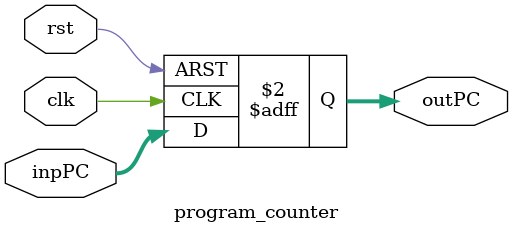
<source format=sv>
`timescale 1ns / 1ps
module program_counter(
    output logic [31:0] outPC,
    input logic [31:0] inpPC,
    input logic rst,
    input logic clk
    );
    //Synchronous Logic
    always @(posedge clk or posedge rst) begin
        if(rst) outPC <= 32'b000000;
        else outPC <= inpPC;
    end    
endmodule

</source>
